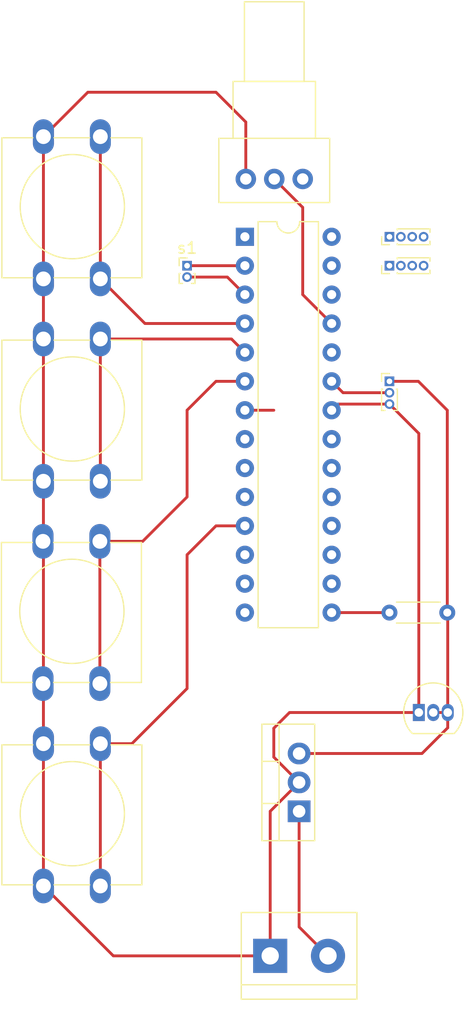
<source format=kicad_pcb>
(kicad_pcb (version 20211014) (generator pcbnew)
  (layers (0 "F.Cu" signal) (31 "B.Cu" signal) (34 "B.Paste" user) (35 "F.Paste" user) (36 "B.SilkS" user "B.Silkscreen") (37 "F.SilkS" user "F.Silkscreen") (38 "B.Mask" user) (39 "F.Mask" user) (44 "Edge.Cuts" user))
  (net 0 "")
  (net 1 "Net-(J1-Pad2)")
  (net 2 "Net-(U3-Pad7)")
  (net 3 "GND")
  (net 4 "+5V")
  (net 5 "Net-(R1-Pad2)")
  (net 6 "Net-(RV1-Pad2)")
  (net 7 "Net-(--------1-Pad2)")
  (net 8 "Net-(SW1-Pad2)")
  (net 9 "Net-(SW2-Pad2)")
  (net 10 "Net-(SW3-Pad2)")
  (net 11 "Net-(SW4-Pad2)")
  (net 13 "Net-(U3-Pad2)")
  (net 27 "Net-(J2-PadSDA)")
  (net 28 "Net-(J2-PadSCL)")
  (net 29 "Net-(U3-Pad3)")
  (footprint "Button_Switch_THT:SW_PUSH-12mm" (layer "F.Cu") (at 139.78 112.92 90)
    (fp_text reference "SW4" hide)
    (fp_text value "SW_Push")
    (fp_line (start 0.1 -0.93) (end 0.1 -3.65) (layer "F.SilkS") (width 0.12))
    (fp_line (start 0.1 8.65) (end 0.1 5.93) (layer "F.SilkS") (width 0.12))
    (fp_line (start 0.1 -3.65) (end 12.4 -3.65) (layer "F.SilkS") (width 0.12))
    (fp_line (start 12.4 8.65) (end 0.1 8.65) (layer "F.SilkS") (width 0.12))
    (fp_line (start 12.4 0.93) (end 12.4 4.07) (layer "F.SilkS") (width 0.12))
    (fp_line (start 12.4 5.93) (end 12.4 8.65) (layer "F.SilkS") (width 0.12))
    (fp_line (start 0.1 4.07) (end 0.1 0.93) (layer "F.SilkS") (width 0.12))
    (fp_line (start 12.4 -3.65) (end 12.4 -0.93) (layer "F.SilkS") (width 0.12))
    (fp_circle (center 6.35 2.54) (end 10.16 5.08) (layer "F.SilkS") (width 0.12) (fill none))
    (pad "1" thru_hole oval (at 12.5 0 90) (size 3.048 1.85) (drill 1.3) (layers *.Cu *.Mask) (net 3 "GND"))
    (pad "1" thru_hole oval (at 0 0 90) (size 3.048 1.85) (drill 1.3) (layers *.Cu *.Mask) (net 3 "GND"))
    (pad "2" thru_hole oval (at 12.5 5 90) (size 3.048 1.85) (drill 1.3) (layers *.Cu *.Mask) (net 11 "Net-(SW4-Pad2)"))
    (pad "2" thru_hole oval (at 0 5 90) (size 3.048 1.85) (drill 1.3) (layers *.Cu *.Mask) (net 11 "Net-(SW4-Pad2)"))
  )
  (footprint "Package_TO_SOT_THT:TO-220-3_Vertical" (layer "F.Cu") (at 162.241802 106.361802 90)
    (fp_text reference "U1" hide)
    (fp_text value "LM7805_TO220")
    (fp_line (start -2.58 -1.76) (end 7.66 -1.76) (layer "F.SilkS") (width 0.12))
    (fp_line (start -2.58 -3.27) (end 7.66 -3.27) (layer "F.SilkS") (width 0.12))
    (fp_line (start -2.58 -3.27) (end -2.58 1.371) (layer "F.SilkS") (width 0.12))
    (fp_line (start 7.66 -3.27) (end 7.66 1.371) (layer "F.SilkS") (width 0.12))
    (fp_line (start -2.58 1.371) (end 7.66 1.371) (layer "F.SilkS") (width 0.12))
    (fp_line (start 0.69 -3.27) (end 0.69 -1.76) (layer "F.SilkS") (width 0.12))
    (fp_line (start 4.391 -3.27) (end 4.391 -1.76) (layer "F.SilkS") (width 0.12))
    (pad "1" thru_hole rect (at 0 0 90) (size 1.905 2) (drill 1.1) (layers *.Cu *.Mask) (net 1 "Net-(J1-Pad2)"))
    (pad "2" thru_hole oval (at 2.54 0 90) (size 1.905 2) (drill 1.1) (layers *.Cu *.Mask) (net 3 "GND"))
    (pad "3" thru_hole oval (at 5.08 0 90) (size 1.905 2) (drill 1.1) (layers *.Cu *.Mask) (net 4 "+5V"))
  )
  (footprint "Connector_PinHeader_1.00mm:PinHeader_1x02_P1.00mm_Vertical" (layer "F.Cu") (at 152.4 58.42)
    (fp_text reference "s1" (at 0 -1.56) (layer "F.SilkS"))
    (fp_text value "ESP8266")
    (fp_line (start -0.695 0.685) (end -0.695 1.56) (layer "F.SilkS") (width 0.12))
    (fp_line (start -0.695 -0.685) (end 0 -0.685) (layer "F.SilkS") (width 0.12))
    (fp_line (start 0.608276 0.685) (end 0.695 0.685) (layer "F.SilkS") (width 0.12))
    (fp_line (start 0.394493 1.56) (end 0.695 1.56) (layer "F.SilkS") (width 0.12))
    (fp_line (start -0.695 0.685) (end -0.608276 0.685) (layer "F.SilkS") (width 0.12))
    (fp_line (start -0.695 0) (end -0.695 -0.685) (layer "F.SilkS") (width 0.12))
    (fp_line (start -0.695 1.56) (end -0.394493 1.56) (layer "F.SilkS") (width 0.12))
    (fp_line (start 0.695 0.685) (end 0.695 1.56) (layer "F.SilkS") (width 0.12))
    (pad "1" thru_hole rect (at 0 0) (size 0.85 0.85) (drill 0.5) (layers *.Cu *.Mask) (net 13 "Net-(U3-Pad2)"))
    (pad "2" thru_hole oval (at 0 1) (size 0.85 0.85) (drill 0.5) (layers *.Cu *.Mask) (net 29 "Net-(U3-Pad3)"))
  )
  (footprint "Button_Switch_THT:SW_PUSH-12mm" (layer "F.Cu") (at 139.78 59.58 90)
    (fp_text reference "SW1" hide)
    (fp_text value "SW_Push")
    (fp_line (start 12.4 5.93) (end 12.4 8.65) (layer "F.SilkS") (width 0.12))
    (fp_line (start 0.1 -3.65) (end 12.4 -3.65) (layer "F.SilkS") (width 0.12))
    (fp_line (start 12.4 0.93) (end 12.4 4.07) (layer "F.SilkS") (width 0.12))
    (fp_line (start 12.4 -3.65) (end 12.4 -0.93) (layer "F.SilkS") (width 0.12))
    (fp_line (start 0.1 8.65) (end 0.1 5.93) (layer "F.SilkS") (width 0.12))
    (fp_line (start 0.1 -0.93) (end 0.1 -3.65) (layer "F.SilkS") (width 0.12))
    (fp_line (start 12.4 8.65) (end 0.1 8.65) (layer "F.SilkS") (width 0.12))
    (fp_line (start 0.1 4.07) (end 0.1 0.93) (layer "F.SilkS") (width 0.12))
    (fp_circle (center 6.35 2.54) (end 10.16 5.08) (layer "F.SilkS") (width 0.12) (fill none))
    (pad "1" thru_hole oval (at 12.5 0 90) (size 3.048 1.85) (drill 1.3) (layers *.Cu *.Mask) (net 3 "GND"))
    (pad "1" thru_hole oval (at 0 0 90) (size 3.048 1.85) (drill 1.3) (layers *.Cu *.Mask) (net 3 "GND"))
    (pad "2" thru_hole oval (at 12.5 5 90) (size 3.048 1.85) (drill 1.3) (layers *.Cu *.Mask) (net 8 "Net-(SW1-Pad2)"))
    (pad "2" thru_hole oval (at 0 5 90) (size 3.048 1.85) (drill 1.3) (layers *.Cu *.Mask) (net 8 "Net-(SW1-Pad2)"))
  )
  (footprint "Button_Switch_THT:SW_PUSH-12mm" (layer "F.Cu") (at 139.74 95.14 90)
    (fp_text reference "SW3" hide)
    (fp_text value "SW_Push")
    (fp_line (start 0.1 -3.65) (end 12.4 -3.65) (layer "F.SilkS") (width 0.12))
    (fp_line (start 0.1 8.65) (end 0.1 5.93) (layer "F.SilkS") (width 0.12))
    (fp_line (start 12.4 8.65) (end 0.1 8.65) (layer "F.SilkS") (width 0.12))
    (fp_line (start 12.4 0.93) (end 12.4 4.07) (layer "F.SilkS") (width 0.12))
    (fp_line (start 0.1 -0.93) (end 0.1 -3.65) (layer "F.SilkS") (width 0.12))
    (fp_line (start 12.4 5.93) (end 12.4 8.65) (layer "F.SilkS") (width 0.12))
    (fp_line (start 12.4 -3.65) (end 12.4 -0.93) (layer "F.SilkS") (width 0.12))
    (fp_line (start 0.1 4.07) (end 0.1 0.93) (layer "F.SilkS") (width 0.12))
    (fp_circle (center 6.35 2.54) (end 10.16 5.08) (layer "F.SilkS") (width 0.12) (fill none))
    (pad "1" thru_hole oval (at 12.5 0 90) (size 3.048 1.85) (drill 1.3) (layers *.Cu *.Mask) (net 3 "GND"))
    (pad "1" thru_hole oval (at 0 0 90) (size 3.048 1.85) (drill 1.3) (layers *.Cu *.Mask) (net 3 "GND"))
    (pad "2" thru_hole oval (at 0 5 90) (size 3.048 1.85) (drill 1.3) (layers *.Cu *.Mask) (net 10 "Net-(SW3-Pad2)"))
    (pad "2" thru_hole oval (at 12.5 5 90) (size 3.048 1.85) (drill 1.3) (layers *.Cu *.Mask) (net 10 "Net-(SW3-Pad2)"))
  )
  (footprint "Package_TO_SOT_THT:TO-92_Inline" (layer "F.Cu") (at 172.76 97.68)
    (fp_text reference "U2" hide)
    (fp_text value "DS18B20")
    (fp_line (start -0.53 1.85) (end 3.07 1.85) (layer "F.SilkS") (width 0.12))
    (fp_arc (start -0.568478 1.838478) (mid -1.132087 -0.994977) (end 1.27 -2.6) (layer "F.SilkS") (width 0.12))
    (fp_arc (start 1.27 -2.6) (mid 3.672087 -0.994977) (end 3.108478 1.838478) (layer "F.SilkS") (width 0.12))
    (pad "1" thru_hole rect (at 0 0) (size 1.05 1.5) (drill 0.75) (layers *.Cu *.Mask) (net 3 "GND"))
    (pad "2" thru_hole oval (at 1.27 0) (size 1.05 1.5) (drill 0.75) (layers *.Cu *.Mask) (net 4 "+5V"))
    (pad "3" thru_hole oval (at 2.54 0) (size 1.05 1.5) (drill 0.75) (layers *.Cu *.Mask) (net 4 "+5V"))
  )
  (footprint "TerminalBlock:TerminalBlock_bornier-2_P5.08mm" (layer "F.Cu") (at 159.701802 119.061802)
    (fp_text reference "J1" hide)
    (fp_text value "12v")
    (fp_line (start 7.62 3.81) (end 7.62 -3.81) (layer "F.SilkS") (width 0.12))
    (fp_line (start -2.54 -3.81) (end -2.54 3.81) (layer "F.SilkS") (width 0.12))
    (fp_line (start 7.62 -3.81) (end -2.54 -3.81) (layer "F.SilkS") (width 0.12))
    (fp_line (start -2.54 3.81) (end 7.62 3.81) (layer "F.SilkS") (width 0.12))
    (fp_line (start 7.62 2.54) (end -2.54 2.54) (layer "F.SilkS") (width 0.12))
    (pad "1" thru_hole rect (at 0 0) (size 3 3) (drill 1.52) (layers *.Cu *.Mask) (net 3 "GND"))
    (pad "2" thru_hole circle (at 5.08 0) (size 3 3) (drill 1.52) (layers *.Cu *.Mask) (net 1 "Net-(J1-Pad2)"))
  )
  (footprint "Package_DIP:DIP-28_W7.62mm" (layer "F.Cu") (at 157.48 55.88)
    (fp_text reference "U3" hide)
    (fp_text value "ATmega328P-P")
    (fp_line (start 2.81 -1.33) (end 1.16 -1.33) (layer "F.SilkS") (width 0.12))
    (fp_line (start 6.46 -1.33) (end 4.81 -1.33) (layer "F.SilkS") (width 0.12))
    (fp_line (start 1.16 34.35) (end 6.46 34.35) (layer "F.SilkS") (width 0.12))
    (fp_line (start 1.16 -1.33) (end 1.16 34.35) (layer "F.SilkS") (width 0.12))
    (fp_line (start 6.46 34.35) (end 6.46 -1.33) (layer "F.SilkS") (width 0.12))
    (fp_arc (start 4.81 -1.33) (mid 3.81 -0.33) (end 2.81 -1.33) (layer "F.SilkS") (width 0.12))
    (pad "1" thru_hole rect (at 0 0) (size 1.6 1.6) (drill 0.8) (layers *.Cu *.Mask))
    (pad "2" thru_hole oval (at 0 2.54) (size 1.6 1.6) (drill 0.8) (layers *.Cu *.Mask) (net 13 "Net-(U3-Pad2)"))
    (pad "3" thru_hole oval (at 0 5.08) (size 1.6 1.6) (drill 0.8) (layers *.Cu *.Mask) (net 29 "Net-(U3-Pad3)"))
    (pad "4" thru_hole oval (at 0 7.62) (size 1.6 1.6) (drill 0.8) (layers *.Cu *.Mask) (net 8 "Net-(SW1-Pad2)"))
    (pad "5" thru_hole oval (at 0 10.16) (size 1.6 1.6) (drill 0.8) (layers *.Cu *.Mask) (net 9 "Net-(SW2-Pad2)"))
    (pad "6" thru_hole oval (at 0 12.7) (size 1.6 1.6) (drill 0.8) (layers *.Cu *.Mask) (net 10 "Net-(SW3-Pad2)"))
    (pad "7" thru_hole oval (at 0 15.24) (size 1.6 1.6) (drill 0.8) (layers *.Cu *.Mask) (net 2 "Net-(U3-Pad7)"))
    (pad "8" thru_hole oval (at 0 17.78) (size 1.6 1.6) (drill 0.8) (layers *.Cu *.Mask))
    (pad "9" thru_hole oval (at 0 20.32) (size 1.6 1.6) (drill 0.8) (layers *.Cu *.Mask))
    (pad "10" thru_hole oval (at 0 22.86) (size 1.6 1.6) (drill 0.8) (layers *.Cu *.Mask))
    (pad "11" thru_hole oval (at 0 25.4) (size 1.6 1.6) (drill 0.8) (layers *.Cu *.Mask) (net 11 "Net-(SW4-Pad2)"))
    (pad "12" thru_hole oval (at 0 27.94) (size 1.6 1.6) (drill 0.8) (layers *.Cu *.Mask))
    (pad "13" thru_hole oval (at 0 30.48) (size 1.6 1.6) (drill 0.8) (layers *.Cu *.Mask))
    (pad "14" thru_hole oval (at 0 33.02) (size 1.6 1.6) (drill 0.8) (layers *.Cu *.Mask))
    (pad "15" thru_hole oval (at 7.62 33.02) (size 1.6 1.6) (drill 0.8) (layers *.Cu *.Mask) (net 5 "Net-(R1-Pad2)"))
    (pad "16" thru_hole oval (at 7.62 30.48) (size 1.6 1.6) (drill 0.8) (layers *.Cu *.Mask))
    (pad "17" thru_hole oval (at 7.62 27.94) (size 1.6 1.6) (drill 0.8) (layers *.Cu *.Mask))
    (pad "18" thru_hole oval (at 7.62 25.4) (size 1.6 1.6) (drill 0.8) (layers *.Cu *.Mask))
    (pad "19" thru_hole oval (at 7.62 22.86) (size 1.6 1.6) (drill 0.8) (layers *.Cu *.Mask))
    (pad "20" thru_hole oval (at 7.62 20.32) (size 1.6 1.6) (drill 0.8) (layers *.Cu *.Mask))
    (pad "21" thru_hole oval (at 7.62 17.78) (size 1.6 1.6) (drill 0.8) (layers *.Cu *.Mask))
    (pad "22" thru_hole oval (at 7.62 15.24) (size 1.6 1.6) (drill 0.8) (layers *.Cu *.Mask) (net 3 "GND"))
    (pad "23" thru_hole oval (at 7.62 12.7) (size 1.6 1.6) (drill 0.8) (layers *.Cu *.Mask) (net 7 "Net-(--------1-Pad2)"))
    (pad "24" thru_hole oval (at 7.62 10.16) (size 1.6 1.6) (drill 0.8) (layers *.Cu *.Mask))
    (pad "25" thru_hole oval (at 7.62 7.62) (size 1.6 1.6) (drill 0.8) (layers *.Cu *.Mask) (net 6 "Net-(RV1-Pad2)"))
    (pad "26" thru_hole oval (at 7.62 5.08) (size 1.6 1.6) (drill 0.8) (layers *.Cu *.Mask))
    (pad "27" thru_hole oval (at 7.62 2.54) (size 1.6 1.6) (drill 0.8) (layers *.Cu *.Mask) (net 27 "Net-(J2-PadSDA)"))
    (pad "28" thru_hole oval (at 7.62 0) (size 1.6 1.6) (drill 0.8) (layers *.Cu *.Mask) (net 28 "Net-(J2-PadSCL)"))
  )
  (footprint "Connector_PinHeader_1.00mm:PinHeader_1x03_P1.00mm_Vertical" (layer "F.Cu") (at 170.18 68.58)
    (fp_text reference "--------1" hide)
    (fp_text value "Sensor nivel")
    (fp_line (start -0.695 0.685) (end -0.608276 0.685) (layer "F.SilkS") (width 0.12))
    (fp_line (start 0.695 0.685) (end 0.695 2.56) (layer "F.SilkS") (width 0.12))
    (fp_line (start 0.394493 2.56) (end 0.695 2.56) (layer "F.SilkS") (width 0.12))
    (fp_line (start -0.695 0) (end -0.695 -0.685) (layer "F.SilkS") (width 0.12))
    (fp_line (start -0.695 2.56) (end -0.394493 2.56) (layer "F.SilkS") (width 0.12))
    (fp_line (start 0.608276 0.685) (end 0.695 0.685) (layer "F.SilkS") (width 0.12))
    (fp_line (start -0.695 -0.685) (end 0 -0.685) (layer "F.SilkS") (width 0.12))
    (fp_line (start -0.695 0.685) (end -0.695 2.56) (layer "F.SilkS") (width 0.12))
    (pad "1" thru_hole rect (at 0 0) (size 0.85 0.85) (drill 0.5) (layers *.Cu *.Mask) (net 4 "+5V"))
    (pad "2" thru_hole oval (at 0 1) (size 0.85 0.85) (drill 0.5) (layers *.Cu *.Mask) (net 7 "Net-(--------1-Pad2)"))
    (pad "3" thru_hole oval (at 0 2) (size 0.85 0.85) (drill 0.5) (layers *.Cu *.Mask) (net 3 "GND"))
  )
  (footprint "Resistor_THT:R_Axial_DIN0204_L3.6mm_D1.6mm_P5.08mm_Horizontal" (layer "F.Cu") (at 175.26 88.9 180)
    (fp_text reference "R1" hide)
    (fp_text value "4.7k")
    (fp_line (start 0.62 0.92) (end 4.46 0.92) (layer "F.SilkS") (width 0.12))
    (fp_line (start 0.62 -0.92) (end 4.46 -0.92) (layer "F.SilkS") (width 0.12))
    (pad "1" thru_hole circle (at 0 0 180) (size 1.4 1.4) (drill 0.7) (layers *.Cu *.Mask) (net 4 "+5V"))
    (pad "2" thru_hole oval (at 5.08 0 180) (size 1.4 1.4) (drill 0.7) (layers *.Cu *.Mask) (net 5 "Net-(R1-Pad2)"))
  )
  (footprint "Connector_PinHeader_1.00mm:PinHeader_1x04_P1.00mm_Vertical" (layer "F.Cu") (at 170.18 55.88 90)
    (fp_text reference "J2" hide)
    (fp_text value "I2C + LCD")
    (fp_line (start -0.695 0.685) (end -0.608276 0.685) (layer "F.SilkS") (width 0.12))
    (fp_line (start -0.695 3.56) (end -0.394493 3.56) (layer "F.SilkS") (width 0.12))
    (fp_line (start -0.695 0) (end -0.695 -0.685) (layer "F.SilkS") (width 0.12))
    (fp_line (start -0.695 0.685) (end -0.695 3.56) (layer "F.SilkS") (width 0.12))
    (fp_line (start -0.695 -0.685) (end 0 -0.685) (layer "F.SilkS") (width 0.12))
    (fp_line (start 0.394493 3.56) (end 0.695 3.56) (layer "F.SilkS") (width 0.12))
    (fp_line (start 0.608276 0.685) (end 0.695 0.685) (layer "F.SilkS") (width 0.12))
    (fp_line (start 0.695 0.685) (end 0.695 3.56) (layer "F.SilkS") (width 0.12))
    (pad "1" thru_hole rect (at 0 0 90) (size 0.85 0.85) (drill 0.5) (layers *.Cu *.Mask) (net 28 "Net-(J2-PadSCL)"))
    (pad "2" thru_hole oval (at 0 1 90) (size 0.85 0.85) (drill 0.5) (layers *.Cu *.Mask) (net 27 "Net-(J2-PadSDA)"))
    (pad "3" thru_hole oval (at 0 2 90) (size 0.85 0.85) (drill 0.5) (layers *.Cu *.Mask) (net 4 "+5V"))
    (pad "4" thru_hole oval (at 0 3 90) (size 0.85 0.85) (drill 0.5) (layers *.Cu *.Mask) (net 3 "GND"))
  )
  (footprint "Potentiometer_THT:Potentiometer_Alps_RK09Y11_Single_Horizontal" (layer "F.Cu") (at 162.56 50.8 90)
    (fp_text reference "RV1" hide)
    (fp_text value "R_Potentiometer")
    (fp_line (start 8.57 -5.12) (end 15.57 -5.12) (layer "F.SilkS") (width 0.12))
    (fp_line (start 3.57 1.12) (end 8.57 1.12) (layer "F.SilkS") (width 0.12))
    (fp_line (start -2.071 2.37) (end 3.57 2.37) (layer "F.SilkS") (width 0.12))
    (fp_line (start 8.57 0.12) (end 15.57 0.12) (layer "F.SilkS") (width 0.12))
    (fp_line (start 3.57 -6.12) (end 8.57 -6.12) (layer "F.SilkS") (width 0.12))
    (fp_line (start 3.57 -6.12) (end 3.57 1.12) (layer "F.SilkS") (width 0.12))
    (fp_line (start -2.071 -7.37) (end 3.57 -7.37) (layer "F.SilkS") (width 0.12))
    (fp_line (start 3.57 -7.37) (end 3.57 2.37) (layer "F.SilkS") (width 0.12))
    (fp_line (start 15.57 -5.12) (end 15.57 0.12) (layer "F.SilkS") (width 0.12))
    (fp_line (start 8.57 -5.12) (end 8.57 0.12) (layer "F.SilkS") (width 0.12))
    (fp_line (start 8.57 -6.12) (end 8.57 1.12) (layer "F.SilkS") (width 0.12))
    (fp_line (start -2.071 -7.37) (end -2.071 2.37) (layer "F.SilkS") (width 0.12))
    (pad "1" thru_hole circle (at 0 0 90) (size 1.8 1.8) (drill 1) (layers *.Cu *.Mask) (net 4 "+5V"))
    (pad "2" thru_hole circle (at 0 -2.5 90) (size 1.8 1.8) (drill 1) (layers *.Cu *.Mask) (net 6 "Net-(RV1-Pad2)"))
    (pad "3" thru_hole circle (at 0 -5 90) (size 1.8 1.8) (drill 1) (layers *.Cu *.Mask) (net 3 "GND"))
  )
  (footprint "Connector_PinHeader_1.00mm:PinHeader_1x04_P1.00mm_Vertical" (layer "F.Cu") (at 170.18 58.42 90)
    (fp_text reference "J3" hide)
    (fp_text value "DS1307")
    (fp_line (start -0.695 -0.685) (end 0 -0.685) (layer "F.SilkS") (width 0.12))
    (fp_line (start -0.695 3.56) (end -0.394493 3.56) (layer "F.SilkS") (width 0.12))
    (fp_line (start -0.695 0.685) (end -0.608276 0.685) (layer "F.SilkS") (width 0.12))
    (fp_line (start -0.695 0.685) (end -0.695 3.56) (layer "F.SilkS") (width 0.12))
    (fp_line (start -0.695 0) (end -0.695 -0.685) (layer "F.SilkS") (width 0.12))
    (fp_line (start 0.695 0.685) (end 0.695 3.56) (layer "F.SilkS") (width 0.12))
    (fp_line (start 0.394493 3.56) (end 0.695 3.56) (layer "F.SilkS") (width 0.12))
    (fp_line (start 0.608276 0.685) (end 0.695 0.685) (layer "F.SilkS") (width 0.12))
    (pad "1" thru_hole rect (at 0 0 90) (size 0.85 0.85) (drill 0.5) (layers *.Cu *.Mask) (net 28 "Net-(J2-PadSCL)"))
    (pad "2" thru_hole oval (at 0 1 90) (size 0.85 0.85) (drill 0.5) (layers *.Cu *.Mask) (net 27 "Net-(J2-PadSDA)"))
    (pad "3" thru_hole oval (at 0 2 90) (size 0.85 0.85) (drill 0.5) (layers *.Cu *.Mask) (net 4 "+5V"))
    (pad "4" thru_hole oval (at 0 3 90) (size 0.85 0.85) (drill 0.5) (layers *.Cu *.Mask) (net 3 "GND"))
  )
  (footprint "Button_Switch_THT:SW_PUSH-12mm" (layer "F.Cu") (at 139.78 77.36 90)
    (fp_text reference "SW2" hide)
    (fp_text value "SW_Push")
    (fp_line (start 12.4 -3.65) (end 12.4 -0.93) (layer "F.SilkS") (width 0.12))
    (fp_line (start 12.4 0.93) (end 12.4 4.07) (layer "F.SilkS") (width 0.12))
    (fp_line (start 0.1 8.65) (end 0.1 5.93) (layer "F.SilkS") (width 0.12))
    (fp_line (start 0.1 -3.65) (end 12.4 -3.65) (layer "F.SilkS") (width 0.12))
    (fp_line (start 0.1 4.07) (end 0.1 0.93) (layer "F.SilkS") (width 0.12))
    (fp_line (start 12.4 8.65) (end 0.1 8.65) (layer "F.SilkS") (width 0.12))
    (fp_line (start 12.4 5.93) (end 12.4 8.65) (layer "F.SilkS") (width 0.12))
    (fp_line (start 0.1 -0.93) (end 0.1 -3.65) (layer "F.SilkS") (width 0.12))
    (fp_circle (center 6.35 2.54) (end 10.16 5.08) (layer "F.SilkS") (width 0.12) (fill none))
    (pad "1" thru_hole oval (at 0 0 90) (size 3.048 1.85) (drill 1.3) (layers *.Cu *.Mask) (net 3 "GND"))
    (pad "1" thru_hole oval (at 12.5 0 90) (size 3.048 1.85) (drill 1.3) (layers *.Cu *.Mask) (net 3 "GND"))
    (pad "2" thru_hole oval (at 12.5 5 90) (size 3.048 1.85) (drill 1.3) (layers *.Cu *.Mask) (net 9 "Net-(SW2-Pad2)"))
    (pad "2" thru_hole oval (at 0 5 90) (size 3.048 1.85) (drill 1.3) (layers *.Cu *.Mask) (net 9 "Net-(SW2-Pad2)"))
  )
  (segment (start 164.781802 119.061802) (end 162.241802 116.521802) (width 0.25) (layer "F.Cu") (net 1))
  (segment (start 162.241802 116.521802) (end 162.241802 106.361802) (width 0.25) (layer "F.Cu") (net 1))
  (segment (start 160.02 71.12) (end 157.48 71.12) (width 0.25) (layer "F.Cu") (net 2))
  (segment (start 157.48 70.484282) (end 157.48 71.12) (width 0.25) (layer "B.Cu") (net 2))
  (segment (start 172.76 97.836402) (end 172.76 97.68) (width 0.25) (layer "F.Cu") (net 3))
  (segment (start 139.78 100.42) (end 139.78 47.08) (width 0.25) (layer "F.Cu") (net 3))
  (segment (start 172.76 97.68) (end 172.76 73.16) (width 0.25) (layer "F.Cu") (net 3))
  (segment (start 157.56 45.8) (end 154.94 43.18) (width 0.25) (layer "F.Cu") (net 3))
  (segment (start 159.701802 106.361802) (end 159.701802 119.061802) (width 0.25) (layer "F.Cu") (net 3))
  (segment (start 154.94 43.18) (end 143.68 43.18) (width 0.25) (layer "F.Cu") (net 3))
  (segment (start 160.02 101.6) (end 160.02 99.06) (width 0.25) (layer "F.Cu") (net 3))
  (segment (start 170.18 70.58) (end 165.64 70.58) (width 0.25) (layer "F.Cu") (net 3))
  (segment (start 162.241802 103.821802) (end 160.02 101.6) (width 0.25) (layer "F.Cu") (net 3))
  (segment (start 172.76 73.16) (end 170.18 70.58) (width 0.25) (layer "F.Cu") (net 3))
  (segment (start 159.701802 119.061802) (end 145.921802 119.061802) (width 0.25) (layer "F.Cu") (net 3))
  (segment (start 165.64 70.58) (end 165.1 71.12) (width 0.25) (layer "F.Cu") (net 3))
  (segment (start 143.68 43.18) (end 139.78 47.08) (width 0.25) (layer "F.Cu") (net 3))
  (segment (start 162.241802 103.821802) (end 159.701802 106.361802) (width 0.25) (layer "F.Cu") (net 3))
  (segment (start 161.4 97.68) (end 172.76 97.68) (width 0.25) (layer "F.Cu") (net 3))
  (segment (start 145.921802 119.061802) (end 139.78 112.92) (width 0.25) (layer "F.Cu") (net 3))
  (segment (start 157.56 50.8) (end 157.56 45.8) (width 0.25) (layer "F.Cu") (net 3))
  (segment (start 139.78 112.92) (end 139.78 100.42) (width 0.25) (layer "F.Cu") (net 3))
  (segment (start 160.02 99.06) (end 161.4 97.68) (width 0.25) (layer "F.Cu") (net 3))
  (segment (start 165.64 70.58) (end 165.1 71.12) (width 0.25) (layer "B.Cu") (net 3))
  (segment (start 175.3 88.94) (end 175.26 88.9) (width 0.25) (layer "F.Cu") (net 4))
  (segment (start 175.3 99.02) (end 175.3 97.68) (width 0.25) (layer "F.Cu") (net 4))
  (segment (start 162.878198 101.281802) (end 162.56 101.6) (width 0.25) (layer "F.Cu") (net 4))
  (segment (start 173.038198 101.281802) (end 175.3 99.02) (width 0.25) (layer "F.Cu") (net 4))
  (segment (start 175.3 97.68) (end 175.3 88.94) (width 0.25) (layer "F.Cu") (net 4))
  (segment (start 172.72 68.58) (end 170.18 68.58) (width 0.25) (layer "F.Cu") (net 4))
  (segment (start 175.26 88.9) (end 175.26 71.12) (width 0.25) (layer "F.Cu") (net 4))
  (segment (start 162.241802 101.281802) (end 173.038198 101.281802) (width 0.25) (layer "F.Cu") (net 4))
  (segment (start 175.26 71.12) (end 172.72 68.58) (width 0.25) (layer "F.Cu") (net 4))
  (segment (start 174.03 97.68) (end 175.3 97.68) (width 0.25) (layer "F.Cu") (net 4))
  (segment (start 165.1 88.9) (end 170.18 88.9) (width 0.25) (layer "F.Cu") (net 5))
  (segment (start 162.56 53.3) (end 162.56 60.96) (width 0.25) (layer "F.Cu") (net 6))
  (segment (start 162.56 60.96) (end 165.1 63.5) (width 0.25) (layer "F.Cu") (net 6))
  (segment (start 160.06 50.8) (end 162.56 53.3) (width 0.25) (layer "F.Cu") (net 6))
  (segment (start 166.1 69.58) (end 165.1 68.58) (width 0.25) (layer "F.Cu") (net 7))
  (segment (start 170.18 69.58) (end 166.1 69.58) (width 0.25) (layer "F.Cu") (net 7))
  (segment (start 148.7 63.5) (end 157.48 63.5) (width 0.25) (layer "F.Cu") (net 8))
  (segment (start 144.78 59.58) (end 148.7 63.5) (width 0.25) (layer "F.Cu") (net 8))
  (segment (start 144.78 47.08) (end 144.78 59.58) (width 0.25) (layer "F.Cu") (net 8))
  (segment (start 144.78 77.36) (end 144.78 64.86) (width 0.25) (layer "F.Cu") (net 9))
  (segment (start 156.3 64.86) (end 157.48 66.04) (width 0.25) (layer "F.Cu") (net 9))
  (segment (start 144.78 64.86) (end 156.3 64.86) (width 0.25) (layer "F.Cu") (net 9))
  (segment (start 152.4 78.74) (end 152.4 71.12) (width 0.25) (layer "F.Cu") (net 10))
  (segment (start 144.74 95.14) (end 144.74 82.64) (width 0.25) (layer "F.Cu") (net 10))
  (segment (start 152.4 71.12) (end 154.94 68.58) (width 0.25) (layer "F.Cu") (net 10))
  (segment (start 144.74 82.64) (end 148.5 82.64) (width 0.25) (layer "F.Cu") (net 10))
  (segment (start 148.5 82.64) (end 152.4 78.74) (width 0.25) (layer "F.Cu") (net 10))
  (segment (start 154.94 68.58) (end 157.48 68.58) (width 0.25) (layer "F.Cu") (net 10))
  (segment (start 154.94 81.28) (end 157.48 81.28) (width 0.25) (layer "F.Cu") (net 11))
  (segment (start 144.78 112.92) (end 144.78 100.42) (width 0.25) (layer "F.Cu") (net 11))
  (segment (start 144.78 100.42) (end 147.5503 100.42) (width 0.25) (layer "F.Cu") (net 11))
  (segment (start 152.4 95.5703) (end 152.4 83.82) (width 0.25) (layer "F.Cu") (net 11))
  (segment (start 152.4 83.82) (end 154.94 81.28) (width 0.25) (layer "F.Cu") (net 11))
  (segment (start 147.5503 100.42) (end 152.4 95.5703) (width 0.25) (layer "F.Cu") (net 11))
  (segment (start 152.4 58.42) (end 157.48 58.42) (width 0.25) (layer "F.Cu") (net 13))
  (segment (start 155.94 59.42) (end 157.48 60.96) (width 0.25) (layer "F.Cu") (net 29))
  (segment (start 152.4 59.42) (end 155.94 59.42) (width 0.25) (layer "F.Cu") (net 29))
)
</source>
